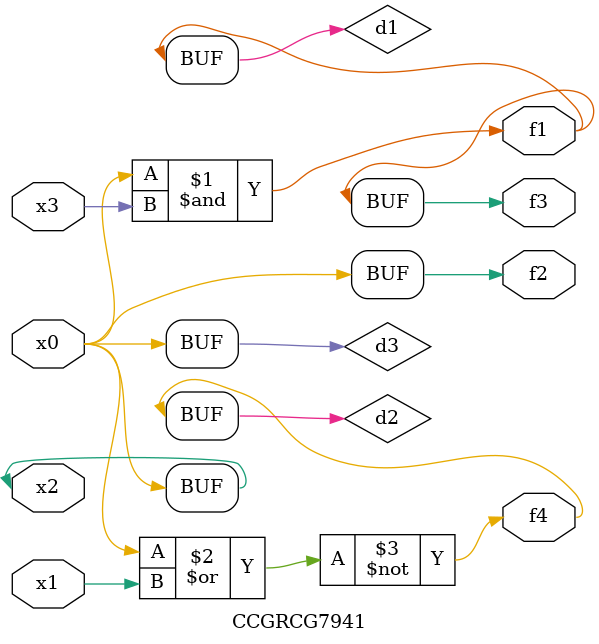
<source format=v>
module CCGRCG7941(
	input x0, x1, x2, x3,
	output f1, f2, f3, f4
);

	wire d1, d2, d3;

	and (d1, x2, x3);
	nor (d2, x0, x1);
	buf (d3, x0, x2);
	assign f1 = d1;
	assign f2 = d3;
	assign f3 = d1;
	assign f4 = d2;
endmodule

</source>
